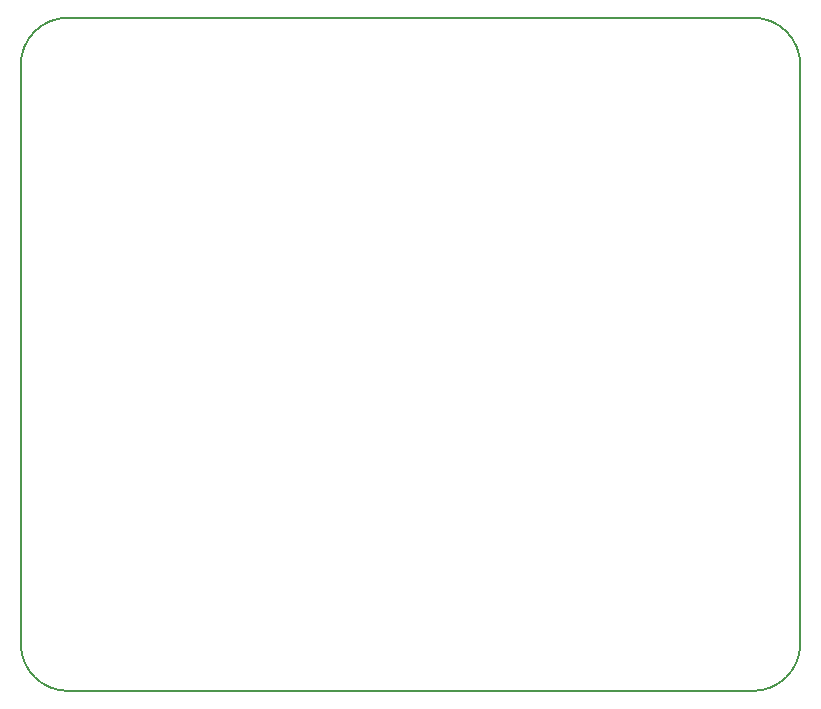
<source format=gbr>
%TF.GenerationSoftware,KiCad,Pcbnew,(6.0.6)*%
%TF.CreationDate,2022-09-02T11:51:31+03:00*%
%TF.ProjectId,FC0,4643302e-6b69-4636-9164-5f7063625858,rev?*%
%TF.SameCoordinates,Original*%
%TF.FileFunction,Profile,NP*%
%FSLAX46Y46*%
G04 Gerber Fmt 4.6, Leading zero omitted, Abs format (unit mm)*
G04 Created by KiCad (PCBNEW (6.0.6)) date 2022-09-02 11:51:31*
%MOMM*%
%LPD*%
G01*
G04 APERTURE LIST*
%TA.AperFunction,Profile*%
%ADD10C,0.200000*%
%TD*%
G04 APERTURE END LIST*
D10*
X96000000Y-149000000D02*
X96000000Y-100000000D01*
X100000000Y-96000000D02*
X158000000Y-96000000D01*
X162000000Y-100000000D02*
G75*
G03*
X158000000Y-96000000I-4000000J0D01*
G01*
X100000000Y-96000000D02*
G75*
G03*
X96000000Y-100000000I0J-4000000D01*
G01*
X158000000Y-153000000D02*
X100000000Y-153000000D01*
X96000000Y-149000000D02*
G75*
G03*
X100000000Y-153000000I4000000J0D01*
G01*
X162000000Y-100000000D02*
X162000000Y-149000000D01*
X158000000Y-153000000D02*
G75*
G03*
X162000000Y-149000000I0J4000000D01*
G01*
M02*

</source>
